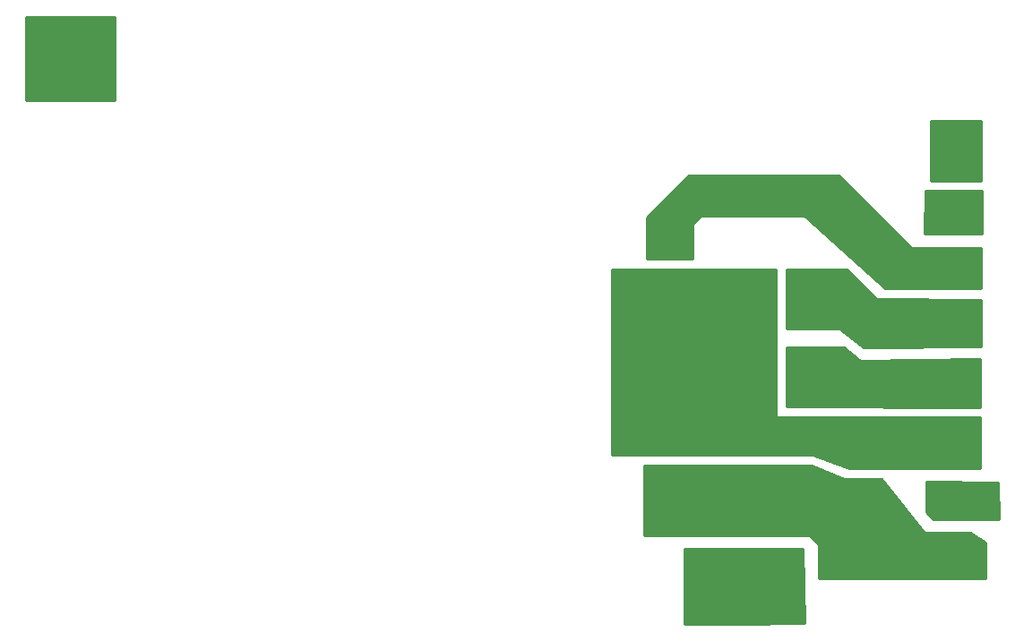
<source format=gbp>
G04 #@! TF.GenerationSoftware,KiCad,Pcbnew,5.0.2-bee76a0~70~ubuntu18.04.1*
G04 #@! TF.CreationDate,2019-07-02T21:44:17+09:00*
G04 #@! TF.ProjectId,MRR_ESPE,4d52525f-4553-4504-952e-6b696361645f,v0.3*
G04 #@! TF.SameCoordinates,Original*
G04 #@! TF.FileFunction,Paste,Bot*
G04 #@! TF.FilePolarity,Positive*
%FSLAX46Y46*%
G04 Gerber Fmt 4.6, Leading zero omitted, Abs format (unit mm)*
G04 Created by KiCad (PCBNEW 5.0.2-bee76a0~70~ubuntu18.04.1) date Tue 02 Jul 2019 09:44:17 PM JST*
%MOMM*%
%LPD*%
G01*
G04 APERTURE LIST*
%ADD10C,0.254000*%
G04 APERTURE END LIST*
D10*
G36*
X122970166Y-111334921D02*
X116389743Y-111432990D01*
X111633000Y-111380397D01*
X111633000Y-104267000D01*
X122811814Y-104267000D01*
X122970166Y-111334921D01*
X122970166Y-111334921D01*
G37*
X122970166Y-111334921D02*
X116389743Y-111432990D01*
X111633000Y-111380397D01*
X111633000Y-104267000D01*
X122811814Y-104267000D01*
X122970166Y-111334921D01*
G36*
X57785000Y-61849000D02*
X49403000Y-61849000D01*
X49403000Y-53975000D01*
X57785000Y-53975000D01*
X57785000Y-61849000D01*
X57785000Y-61849000D01*
G37*
X57785000Y-61849000D02*
X49403000Y-61849000D01*
X49403000Y-53975000D01*
X57785000Y-53975000D01*
X57785000Y-61849000D01*
G36*
X129704197Y-80607803D02*
X129745399Y-80635333D01*
X129792959Y-80644996D01*
X139673000Y-80725964D01*
X139673000Y-85124054D01*
X128567106Y-85216636D01*
X126315970Y-83465752D01*
X126271672Y-83443545D01*
X126238000Y-83439000D01*
X121285000Y-83439000D01*
X121285000Y-77851000D01*
X126947394Y-77851000D01*
X129704197Y-80607803D01*
X129704197Y-80607803D01*
G37*
X129704197Y-80607803D02*
X129745399Y-80635333D01*
X129792959Y-80644996D01*
X139673000Y-80725964D01*
X139673000Y-85124054D01*
X128567106Y-85216636D01*
X126315970Y-83465752D01*
X126271672Y-83443545D01*
X126238000Y-83439000D01*
X121285000Y-83439000D01*
X121285000Y-77851000D01*
X126947394Y-77851000D01*
X129704197Y-80607803D01*
G36*
X133006197Y-75781803D02*
X133047399Y-75809333D01*
X133095846Y-75819000D01*
X139673000Y-75826967D01*
X139673000Y-79672394D01*
X130604992Y-79629231D01*
X123020959Y-72803602D01*
X122978367Y-72778275D01*
X122936000Y-72771000D01*
X113284000Y-72771000D01*
X113235399Y-72780667D01*
X113194197Y-72808197D01*
X112432197Y-73570197D01*
X112404667Y-73611399D01*
X112395000Y-73660000D01*
X112395000Y-76835000D01*
X108077000Y-76835000D01*
X108077000Y-72950606D01*
X112066606Y-68961000D01*
X126185394Y-68961000D01*
X133006197Y-75781803D01*
X133006197Y-75781803D01*
G37*
X133006197Y-75781803D02*
X133047399Y-75809333D01*
X133095846Y-75819000D01*
X139673000Y-75826967D01*
X139673000Y-79672394D01*
X130604992Y-79629231D01*
X123020959Y-72803602D01*
X122978367Y-72778275D01*
X122936000Y-72771000D01*
X113284000Y-72771000D01*
X113235399Y-72780667D01*
X113194197Y-72808197D01*
X112432197Y-73570197D01*
X112404667Y-73611399D01*
X112395000Y-73660000D01*
X112395000Y-76835000D01*
X108077000Y-76835000D01*
X108077000Y-72950606D01*
X112066606Y-68961000D01*
X126185394Y-68961000D01*
X133006197Y-75781803D01*
G36*
X139723000Y-74473000D02*
X134378485Y-74473000D01*
X134425531Y-70427000D01*
X139723000Y-70427000D01*
X139723000Y-74473000D01*
X139723000Y-74473000D01*
G37*
X139723000Y-74473000D02*
X134378485Y-74473000D01*
X134425531Y-70427000D01*
X139723000Y-70427000D01*
X139723000Y-74473000D01*
G36*
X139673000Y-69473000D02*
X134927000Y-69473000D01*
X134927000Y-63777000D01*
X139673000Y-63777000D01*
X139673000Y-69473000D01*
X139673000Y-69473000D01*
G37*
X139673000Y-69473000D02*
X134927000Y-69473000D01*
X134927000Y-63777000D01*
X139673000Y-63777000D01*
X139673000Y-69473000D01*
G36*
X141275608Y-98025070D02*
X141348294Y-101473000D01*
X135180606Y-101473000D01*
X134493000Y-100785394D01*
X134493000Y-97919001D01*
X141275608Y-98025070D01*
X141275608Y-98025070D01*
G37*
X141275608Y-98025070D02*
X141348294Y-101473000D01*
X135180606Y-101473000D01*
X134493000Y-100785394D01*
X134493000Y-97919001D01*
X141275608Y-98025070D01*
G36*
X126697154Y-97653231D02*
X126746000Y-97663000D01*
X130240961Y-97663000D01*
X134266830Y-102695336D01*
X134304739Y-102727248D01*
X134366000Y-102743000D01*
X138645548Y-102743000D01*
X140081000Y-103699968D01*
X140081000Y-107061000D01*
X124333000Y-107061000D01*
X124333000Y-103886000D01*
X124323333Y-103837399D01*
X124295803Y-103796197D01*
X123533803Y-103034197D01*
X123492601Y-103006667D01*
X123444000Y-102997000D01*
X107823000Y-102997000D01*
X107823000Y-96393000D01*
X123672600Y-96393000D01*
X126697154Y-97653231D01*
X126697154Y-97653231D01*
G37*
X126697154Y-97653231D02*
X126746000Y-97663000D01*
X130240961Y-97663000D01*
X134266830Y-102695336D01*
X134304739Y-102727248D01*
X134366000Y-102743000D01*
X138645548Y-102743000D01*
X140081000Y-103699968D01*
X140081000Y-107061000D01*
X124333000Y-107061000D01*
X124333000Y-103886000D01*
X124323333Y-103837399D01*
X124295803Y-103796197D01*
X123533803Y-103034197D01*
X123492601Y-103006667D01*
X123444000Y-102997000D01*
X107823000Y-102997000D01*
X107823000Y-96393000D01*
X123672600Y-96393000D01*
X126697154Y-97653231D01*
G36*
X120269000Y-91694000D02*
X120278667Y-91742601D01*
X120306197Y-91783803D01*
X120347399Y-91811333D01*
X120396000Y-91821000D01*
X139573000Y-91821000D01*
X139573000Y-96647000D01*
X127275998Y-96647000D01*
X123740715Y-95384399D01*
X123698000Y-95377000D01*
X104775000Y-95377000D01*
X104775000Y-77851000D01*
X120269000Y-77851000D01*
X120269000Y-91694000D01*
X120269000Y-91694000D01*
G37*
X120269000Y-91694000D02*
X120278667Y-91742601D01*
X120306197Y-91783803D01*
X120347399Y-91811333D01*
X120396000Y-91821000D01*
X139573000Y-91821000D01*
X139573000Y-96647000D01*
X127275998Y-96647000D01*
X123740715Y-95384399D01*
X123698000Y-95377000D01*
X104775000Y-95377000D01*
X104775000Y-77851000D01*
X120269000Y-77851000D01*
X120269000Y-91694000D01*
G36*
X128188697Y-86457564D02*
X128232222Y-86481251D01*
X128271770Y-86486988D01*
X139623000Y-86328783D01*
X139623000Y-90922192D01*
X121285000Y-90805804D01*
X121285000Y-85217000D01*
X126700020Y-85217000D01*
X128188697Y-86457564D01*
X128188697Y-86457564D01*
G37*
X128188697Y-86457564D02*
X128232222Y-86481251D01*
X128271770Y-86486988D01*
X139623000Y-86328783D01*
X139623000Y-90922192D01*
X121285000Y-90805804D01*
X121285000Y-85217000D01*
X126700020Y-85217000D01*
X128188697Y-86457564D01*
M02*

</source>
